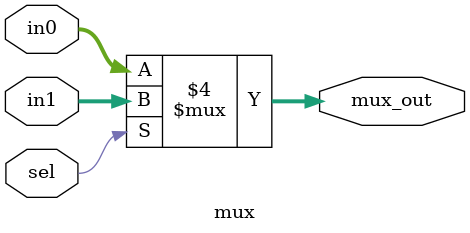
<source format=v>
module mux(
    input [31:0] in0,
    input [31:0] in1,
    input sel,
    output reg [31:0] mux_out
);

always @(*) begin
    if(sel == 1) mux_out = in1;
    else mux_out = in0;
end
endmodule


</source>
